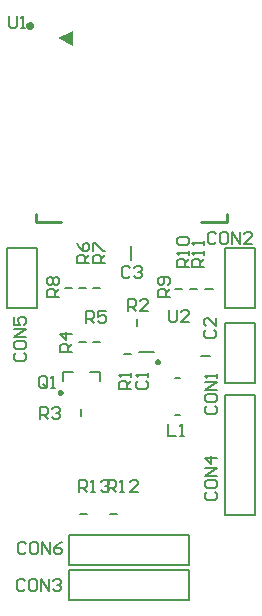
<source format=gto>
%FSTAX24Y24*%
%MOIN*%
%SFA1B1*%

%IPPOS*%
%ADD21C,0.007900*%
%ADD29C,0.009800*%
%ADD30C,0.011800*%
%ADD31C,0.010000*%
%ADD32C,0.006000*%
%LNesp_temperature_1.0.0-1*%
%LPD*%
G36*
X002181Y018608D02*
X001681Y018858D01*
X002181Y019108*
Y018608*
G37*
G54D21*
X006059Y00013D02*
Y00113D01*
X002059Y00013D02*
X006059D01*
X002059Y00113D02*
X006059D01*
X002059Y00013D02*
Y00113D01*
X006059Y001311D02*
Y002311D01*
X002059Y001311D02*
X006059D01*
X002059Y002311D02*
X006059D01*
X002059Y001311D02*
Y002311D01*
X006614Y010512D02*
X00685D01*
X006102D02*
X006339D01*
X005591D02*
X005827D01*
X007256Y011854D02*
X008256D01*
Y009854D02*
Y011854D01*
X007256Y009854D02*
X008256D01*
X007256D02*
Y011854D01*
Y009374D02*
X008256D01*
Y007374D02*
Y009374D01*
X007256Y007374D02*
X008256D01*
X007256D02*
Y009374D01*
Y002957D02*
X008256D01*
X007256D02*
Y006957D01*
X008256Y002957D02*
Y006957D01*
X007256D02*
X008256D01*
X005581Y007549D02*
X005758D01*
X005581Y006309D02*
X005758D01*
X006457Y008268D02*
X006772D01*
X004331Y009252D02*
Y009488D01*
X004409Y008386D02*
X004882D01*
X003898Y008346D02*
X004134D01*
X002874Y00874D02*
X00311D01*
X002402D02*
X002638D01*
X00248Y00626D02*
Y006496D01*
X002756Y007722D02*
X003091D01*
Y007447D02*
Y007722D01*
X00187D02*
X002205D01*
X00187Y007447D02*
Y007722D01*
X002874Y010551D02*
X00311D01*
X002402D02*
X002638D01*
X001929D02*
X002165D01*
X004134Y011457D02*
Y011929D01*
X000012Y011854D02*
X001012D01*
Y009854D02*
Y011854D01*
X000012Y009854D02*
X001012D01*
X000012D02*
Y011854D01*
X003425Y002992D02*
X003661D01*
X002441D02*
X002677D01*
G54D29*
X00506Y008075D02*
D01*
X005059Y008078*
X005059Y008081*
X005058Y008085*
X005058Y008088*
X005056Y008092*
X005055Y008095*
X005054Y008098*
X005052Y008101*
X00505Y008104*
X005048Y008107*
X005045Y008109*
X005043Y008112*
X00504Y008114*
X005037Y008116*
X005035Y008118*
X005031Y008119*
X005028Y008121*
X005025Y008122*
X005022Y008123*
X005018Y008124*
X005015Y008124*
X005011Y008124*
X005008*
X005004Y008124*
X005001Y008124*
X004997Y008123*
X004994Y008122*
X004991Y008121*
X004988Y008119*
X004985Y008118*
X004982Y008116*
X004979Y008114*
X004976Y008112*
X004974Y008109*
X004971Y008107*
X004969Y008104*
X004967Y008101*
X004965Y008098*
X004964Y008095*
X004963Y008092*
X004961Y008088*
X004961Y008085*
X00496Y008081*
X00496Y008078*
X00496Y008075*
X00496Y008071*
X00496Y008068*
X004961Y008064*
X004961Y008061*
X004963Y008057*
X004964Y008054*
X004965Y008051*
X004967Y008048*
X004969Y008045*
X004971Y008042*
X004974Y00804*
X004976Y008037*
X004979Y008035*
X004982Y008033*
X004985Y008031*
X004988Y00803*
X004991Y008028*
X004994Y008027*
X004997Y008026*
X005001Y008025*
X005004Y008025*
X005008Y008025*
X005011*
X005015Y008025*
X005018Y008025*
X005022Y008026*
X005025Y008027*
X005028Y008028*
X005031Y00803*
X005035Y008031*
X005037Y008033*
X00504Y008035*
X005043Y008037*
X005045Y00804*
X005048Y008042*
X00505Y008045*
X005052Y008048*
X005054Y008051*
X005055Y008054*
X005056Y008057*
X005058Y008061*
X005058Y008064*
X005059Y008068*
X005059Y008071*
X00506Y008075*
X001821Y007057D02*
D01*
X00182Y00706*
X00182Y007063*
X001819Y007067*
X001819Y00707*
X001818Y007073*
X001816Y007076*
X001815Y00708*
X001813Y007082*
X001811Y007085*
X001809Y007088*
X001807Y007091*
X001804Y007093*
X001802Y007095*
X001799Y007097*
X001796Y007099*
X001793Y007101*
X00179Y007102*
X001787Y007103*
X001783Y007104*
X00178Y007105*
X001777Y007105*
X001773Y007105*
X00177*
X001766Y007105*
X001763Y007105*
X00176Y007104*
X001756Y007103*
X001753Y007102*
X00175Y007101*
X001747Y007099*
X001744Y007097*
X001741Y007095*
X001739Y007093*
X001736Y007091*
X001734Y007088*
X001732Y007085*
X00173Y007082*
X001728Y00708*
X001727Y007076*
X001725Y007073*
X001724Y00707*
X001724Y007067*
X001723Y007063*
X001723Y00706*
X001723Y007057*
X001723Y007053*
X001723Y00705*
X001724Y007046*
X001724Y007043*
X001725Y00704*
X001727Y007037*
X001728Y007033*
X00173Y007031*
X001732Y007028*
X001734Y007025*
X001736Y007022*
X001739Y00702*
X001741Y007018*
X001744Y007016*
X001747Y007014*
X00175Y007012*
X001753Y007011*
X001756Y00701*
X00176Y007009*
X001763Y007008*
X001766Y007008*
X00177Y007008*
X001773*
X001777Y007008*
X00178Y007008*
X001783Y007009*
X001787Y00701*
X00179Y007011*
X001793Y007012*
X001796Y007014*
X001799Y007016*
X001802Y007018*
X001804Y00702*
X001807Y007022*
X001809Y007025*
X001811Y007028*
X001813Y007031*
X001815Y007033*
X001816Y007037*
X001818Y00704*
X001819Y007043*
X001819Y007046*
X00182Y00705*
X00182Y007053*
X001821Y007057*
G54D30*
X000827Y019262D02*
D01*
X000826Y019266*
X000826Y01927*
X000825Y019274*
X000824Y019278*
X000823Y019282*
X000821Y019285*
X00082Y019289*
X000818Y019293*
X000815Y019296*
X000813Y019299*
X00081Y019302*
X000807Y019305*
X000804Y019308*
X0008Y01931*
X000797Y019313*
X000793Y019315*
X00079Y019316*
X000786Y019318*
X000782Y019319*
X000778Y01932*
X000774Y01932*
X00077Y01932*
X000765*
X000761Y01932*
X000757Y01932*
X000753Y019319*
X000749Y019318*
X000745Y019316*
X000742Y019315*
X000738Y019313*
X000735Y01931*
X000731Y019308*
X000728Y019305*
X000725Y019302*
X000722Y019299*
X00072Y019296*
X000717Y019293*
X000715Y019289*
X000714Y019285*
X000712Y019282*
X000711Y019278*
X00071Y019274*
X000709Y01927*
X000709Y019266*
X000709Y019262*
X000709Y019257*
X000709Y019253*
X00071Y019249*
X000711Y019245*
X000712Y019241*
X000714Y019238*
X000715Y019234*
X000717Y01923*
X00072Y019227*
X000722Y019224*
X000725Y019221*
X000728Y019218*
X000731Y019215*
X000735Y019213*
X000738Y01921*
X000742Y019208*
X000745Y019207*
X000749Y019205*
X000753Y019204*
X000757Y019203*
X000761Y019203*
X000765Y019203*
X00077*
X000774Y019203*
X000778Y019203*
X000782Y019204*
X000786Y019205*
X00079Y019207*
X000793Y019208*
X000797Y01921*
X0008Y019213*
X000804Y019215*
X000807Y019218*
X00081Y019221*
X000813Y019224*
X000815Y019227*
X000818Y01923*
X00082Y019234*
X000821Y019238*
X000823Y019241*
X000824Y019245*
X000825Y019249*
X000826Y019253*
X000826Y019257*
X000827Y019262*
G54D31*
X006469Y012729D02*
X007316D01*
X000951D02*
X001799D01*
X007316D02*
Y012986D01*
X000951Y012729D02*
Y012986D01*
G54D32*
X000582Y000766D02*
X000515Y000833D01*
X000382*
X000315Y000766*
Y0005*
X000382Y000433*
X000515*
X000582Y0005*
X000915Y000833D02*
X000781D01*
X000715Y000766*
Y0005*
X000781Y000433*
X000915*
X000981Y0005*
Y000766*
X000915Y000833*
X001115Y000433D02*
Y000833D01*
X001381Y000433*
Y000833*
X001515Y000766D02*
X001581Y000833D01*
X001715*
X001781Y000766*
Y0007*
X001715Y000633*
X001648*
X001715*
X001781Y000566*
Y0005*
X001715Y000433*
X001581*
X001515Y0005*
X000621Y001987D02*
X000554Y002053D01*
X000421*
X000354Y001987*
Y00172*
X000421Y001654*
X000554*
X000621Y00172*
X000954Y002053D02*
X000821D01*
X000754Y001987*
Y00172*
X000821Y001654*
X000954*
X001021Y00172*
Y001987*
X000954Y002053*
X001154Y001654D02*
Y002053D01*
X001421Y001654*
Y002053*
X001821D02*
X001687Y001987D01*
X001554Y001853*
Y00172*
X001621Y001654*
X001754*
X001821Y00172*
Y001787*
X001754Y001853*
X001554*
X006575Y01122D02*
X006175D01*
Y01142*
X006242Y011487*
X006375*
X006442Y01142*
Y01122*
Y011354D02*
X006575Y011487D01*
Y01162D02*
Y011754D01*
Y011687*
X006175*
X006242Y01162*
X006575Y011954D02*
Y012087D01*
Y01202*
X006175*
X006242Y011954*
X006063Y01122D02*
X005663D01*
Y01142*
X00573Y011487*
X005863*
X00593Y01142*
Y01122*
Y011354D02*
X006063Y011487D01*
Y01162D02*
Y011754D01*
Y011687*
X005663*
X00573Y01162*
Y011954D02*
X005663Y01202D01*
Y012154*
X00573Y01222*
X005996*
X006063Y012154*
Y01202*
X005996Y011954*
X00573*
X005433Y010236D02*
X005033D01*
Y010436*
X0051Y010503*
X005233*
X0053Y010436*
Y010236*
Y01037D02*
X005433Y010503D01*
X005366Y010636D02*
X005433Y010703D01*
Y010836*
X005366Y010903*
X0051*
X005033Y010836*
Y010703*
X0051Y010636*
X005166*
X005233Y010703*
Y010903*
X006959Y012341D02*
X006893Y012408D01*
X00676*
X006693Y012341*
Y012075*
X00676Y012008*
X006893*
X006959Y012075*
X007293Y012408D02*
X007159D01*
X007093Y012341*
Y012075*
X007159Y012008*
X007293*
X007359Y012075*
Y012341*
X007293Y012408*
X007493Y012008D02*
Y012408D01*
X007759Y012008*
Y012408*
X008159Y012008D02*
X007893D01*
X008159Y012274*
Y012341*
X008092Y012408*
X007959*
X007893Y012341*
X006675Y006605D02*
X006608Y006539D01*
Y006405*
X006675Y006339*
X006941*
X007008Y006405*
Y006539*
X006941Y006605*
X006608Y006938D02*
Y006805D01*
X006675Y006738*
X006941*
X007008Y006805*
Y006938*
X006941Y007005*
X006675*
X006608Y006938*
X007008Y007138D02*
X006608D01*
X007008Y007405*
X006608*
X007008Y007538D02*
Y007671D01*
Y007605*
X006608*
X006675Y007538*
Y003731D02*
X006608Y003665D01*
Y003531*
X006675Y003465*
X006941*
X007008Y003531*
Y003665*
X006941Y003731*
X006608Y004064D02*
Y003931D01*
X006675Y003864*
X006941*
X007008Y003931*
Y004064*
X006941Y004131*
X006675*
X006608Y004064*
X007008Y004264D02*
X006608D01*
X007008Y004531*
X006608*
X007008Y004864D02*
X006608D01*
X006808Y004664*
Y004931*
X005354Y00599D02*
Y005591D01*
X005621*
X005754D02*
X005887D01*
X005821*
Y00599*
X005754Y005924*
X006635Y009125D02*
X006569Y009058D01*
Y008925*
X006635Y008858*
X006902*
X006969Y008925*
Y009058*
X006902Y009125*
X006969Y009525D02*
Y009258D01*
X006702Y009525*
X006635*
X006569Y009458*
Y009325*
X006635Y009258*
X005394Y009809D02*
Y009476D01*
X00546Y009409*
X005594*
X00566Y009476*
Y009809*
X00606Y009409D02*
X005794D01*
X00606Y009676*
Y009743*
X005994Y009809*
X00586*
X005794Y009743*
X004016Y009764D02*
Y010164D01*
X004216*
X004282Y010097*
Y009964*
X004216Y009897*
X004016*
X004149D02*
X004282Y009764D01*
X004682D02*
X004416D01*
X004682Y01003*
Y010097*
X004616Y010164*
X004482*
X004416Y010097*
X004352Y007432D02*
X004285Y007365D01*
Y007232*
X004352Y007165*
X004618*
X004685Y007232*
Y007365*
X004618Y007432*
X004685Y007565D02*
Y007699D01*
Y007632*
X004285*
X004352Y007565*
X004134Y007165D02*
X003734D01*
Y007365*
X003801Y007432*
X003934*
X004001Y007365*
Y007165*
Y007299D02*
X004134Y007432D01*
Y007565D02*
Y007699D01*
Y007632*
X003734*
X003801Y007565*
X002638Y00937D02*
Y00977D01*
X002838*
X002904Y009703*
Y00957*
X002838Y009503*
X002638*
X002771D02*
X002904Y00937D01*
X003304Y00977D02*
X003038D01*
Y00957*
X003171Y009637*
X003238*
X003304Y00957*
Y009437*
X003238Y00937*
X003104*
X003038Y009437*
X002165Y008386D02*
X001765D01*
Y008586*
X001832Y008652*
X001965*
X002032Y008586*
Y008386*
Y008519D02*
X002165Y008652D01*
Y008986D02*
X001765D01*
X001965Y008786*
Y009052*
X001102Y006181D02*
Y006581D01*
X001302*
X001369Y006514*
Y006381*
X001302Y006314*
X001102*
X001236D02*
X001369Y006181D01*
X001502Y006514D02*
X001569Y006581D01*
X001702*
X001769Y006514*
Y006448*
X001702Y006381*
X001636*
X001702*
X001769Y006314*
Y006248*
X001702Y006181*
X001569*
X001502Y006248*
X00133Y007271D02*
Y007538D01*
X001263Y007605*
X00113*
X001063Y007538*
Y007271*
X00113Y007205*
X001263*
X001196Y007338D02*
X00133Y007205D01*
X001263D02*
X00133Y007271D01*
X001463Y007205D02*
X001596D01*
X00153*
Y007605*
X001463Y007538*
X003268Y011378D02*
X002868D01*
Y011578*
X002934Y011645*
X003068*
X003134Y011578*
Y011378*
Y011511D02*
X003268Y011645D01*
X002868Y011778D02*
Y012044D01*
X002934*
X003201Y011778*
X003268*
X002717Y011378D02*
X002317D01*
Y011578*
X002383Y011645*
X002517*
X002583Y011578*
Y011378*
Y011511D02*
X002717Y011645D01*
X002317Y012044D02*
X002383Y011911D01*
X002517Y011778*
X00265*
X002717Y011844*
Y011978*
X00265Y012044*
X002583*
X002517Y011978*
Y011778*
X001732Y010236D02*
X001332D01*
Y010436*
X001399Y010503*
X001532*
X001599Y010436*
Y010236*
Y01037D02*
X001732Y010503D01*
X001399Y010636D02*
X001332Y010703D01*
Y010836*
X001399Y010903*
X001466*
X001532Y010836*
X001599Y010903*
X001666*
X001732Y010836*
Y010703*
X001666Y010636*
X001599*
X001532Y010703*
X001466Y010636*
X001399*
X001532Y010703D02*
Y010836D01*
X004085Y011199D02*
X004019Y011266D01*
X003886*
X003819Y011199*
Y010933*
X003886Y010866*
X004019*
X004085Y010933*
X004219Y011199D02*
X004285Y011266D01*
X004419*
X004485Y011199*
Y011133*
X004419Y011066*
X004352*
X004419*
X004485Y010999*
Y010933*
X004419Y010866*
X004285*
X004219Y010933*
X000297Y008377D02*
X00023Y00831D01*
Y008177*
X000297Y00811*
X000563*
X00063Y008177*
Y00831*
X000563Y008377*
X00023Y00871D02*
Y008577D01*
X000297Y00851*
X000563*
X00063Y008577*
Y00871*
X000563Y008777*
X000297*
X00023Y00871*
X00063Y00891D02*
X00023D01*
X00063Y009177*
X00023*
Y009576D02*
Y00931D01*
X00043*
X000363Y009443*
Y00951*
X00043Y009576*
X000563*
X00063Y00951*
Y009376*
X000563Y00931*
X000079Y019612D02*
Y019279D01*
X000145Y019213*
X000279*
X000345Y019279*
Y019612*
X000479Y019213D02*
X000612D01*
X000545*
Y019612*
X000479Y019546*
X003379Y003739D02*
Y004139D01*
X003579*
X003646Y004072*
Y003939*
X003579Y003872*
X003379*
X003512D02*
X003646Y003739D01*
X003779D02*
X003912D01*
X003846*
Y004139*
X003779Y004072*
X004379Y003739D02*
X004112D01*
X004379Y004005*
Y004072*
X004312Y004139*
X004179*
X004112Y004072*
X002389Y003739D02*
Y004139D01*
X002589*
X002656Y004072*
Y003939*
X002589Y003872*
X002389*
X002522D02*
X002656Y003739D01*
X002789D02*
X002922D01*
X002855*
Y004139*
X002789Y004072*
X003122D02*
X003189Y004139D01*
X003322*
X003389Y004072*
Y004005*
X003322Y003939*
X003255*
X003322*
X003389Y003872*
Y003805*
X003322Y003739*
X003189*
X003122Y003805*
M02*
</source>
